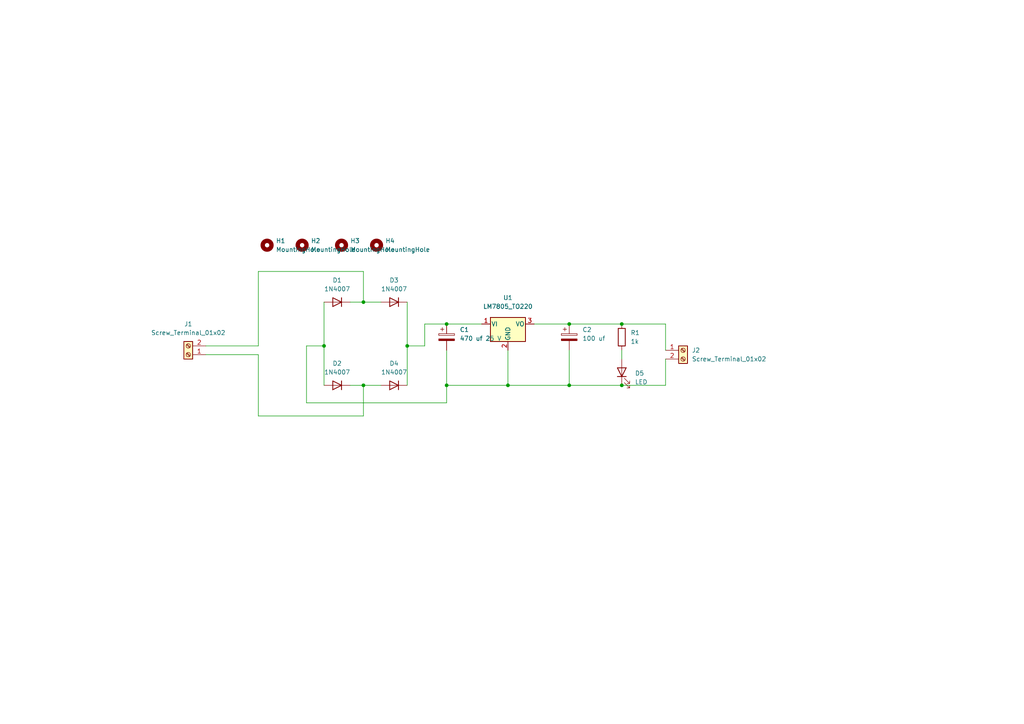
<source format=kicad_sch>
(kicad_sch (version 20211123) (generator eeschema)

  (uuid c98a5254-b14b-47ac-a91b-457a6a92d317)

  (paper "A4")

  (lib_symbols
    (symbol "Connector:Screw_Terminal_01x02" (pin_names (offset 1.016) hide) (in_bom yes) (on_board yes)
      (property "Reference" "J" (id 0) (at 0 2.54 0)
        (effects (font (size 1.27 1.27)))
      )
      (property "Value" "Screw_Terminal_01x02" (id 1) (at 0 -5.08 0)
        (effects (font (size 1.27 1.27)))
      )
      (property "Footprint" "" (id 2) (at 0 0 0)
        (effects (font (size 1.27 1.27)) hide)
      )
      (property "Datasheet" "~" (id 3) (at 0 0 0)
        (effects (font (size 1.27 1.27)) hide)
      )
      (property "ki_keywords" "screw terminal" (id 4) (at 0 0 0)
        (effects (font (size 1.27 1.27)) hide)
      )
      (property "ki_description" "Generic screw terminal, single row, 01x02, script generated (kicad-library-utils/schlib/autogen/connector/)" (id 5) (at 0 0 0)
        (effects (font (size 1.27 1.27)) hide)
      )
      (property "ki_fp_filters" "TerminalBlock*:*" (id 6) (at 0 0 0)
        (effects (font (size 1.27 1.27)) hide)
      )
      (symbol "Screw_Terminal_01x02_1_1"
        (rectangle (start -1.27 1.27) (end 1.27 -3.81)
          (stroke (width 0.254) (type default) (color 0 0 0 0))
          (fill (type background))
        )
        (circle (center 0 -2.54) (radius 0.635)
          (stroke (width 0.1524) (type default) (color 0 0 0 0))
          (fill (type none))
        )
        (polyline
          (pts
            (xy -0.5334 -2.2098)
            (xy 0.3302 -3.048)
          )
          (stroke (width 0.1524) (type default) (color 0 0 0 0))
          (fill (type none))
        )
        (polyline
          (pts
            (xy -0.5334 0.3302)
            (xy 0.3302 -0.508)
          )
          (stroke (width 0.1524) (type default) (color 0 0 0 0))
          (fill (type none))
        )
        (polyline
          (pts
            (xy -0.3556 -2.032)
            (xy 0.508 -2.8702)
          )
          (stroke (width 0.1524) (type default) (color 0 0 0 0))
          (fill (type none))
        )
        (polyline
          (pts
            (xy -0.3556 0.508)
            (xy 0.508 -0.3302)
          )
          (stroke (width 0.1524) (type default) (color 0 0 0 0))
          (fill (type none))
        )
        (circle (center 0 0) (radius 0.635)
          (stroke (width 0.1524) (type default) (color 0 0 0 0))
          (fill (type none))
        )
        (pin passive line (at -5.08 0 0) (length 3.81)
          (name "Pin_1" (effects (font (size 1.27 1.27))))
          (number "1" (effects (font (size 1.27 1.27))))
        )
        (pin passive line (at -5.08 -2.54 0) (length 3.81)
          (name "Pin_2" (effects (font (size 1.27 1.27))))
          (number "2" (effects (font (size 1.27 1.27))))
        )
      )
    )
    (symbol "Device:C_Polarized" (pin_numbers hide) (pin_names (offset 0.254)) (in_bom yes) (on_board yes)
      (property "Reference" "C" (id 0) (at 0.635 2.54 0)
        (effects (font (size 1.27 1.27)) (justify left))
      )
      (property "Value" "C_Polarized" (id 1) (at 0.635 -2.54 0)
        (effects (font (size 1.27 1.27)) (justify left))
      )
      (property "Footprint" "" (id 2) (at 0.9652 -3.81 0)
        (effects (font (size 1.27 1.27)) hide)
      )
      (property "Datasheet" "~" (id 3) (at 0 0 0)
        (effects (font (size 1.27 1.27)) hide)
      )
      (property "ki_keywords" "cap capacitor" (id 4) (at 0 0 0)
        (effects (font (size 1.27 1.27)) hide)
      )
      (property "ki_description" "Polarized capacitor" (id 5) (at 0 0 0)
        (effects (font (size 1.27 1.27)) hide)
      )
      (property "ki_fp_filters" "CP_*" (id 6) (at 0 0 0)
        (effects (font (size 1.27 1.27)) hide)
      )
      (symbol "C_Polarized_0_1"
        (rectangle (start -2.286 0.508) (end 2.286 1.016)
          (stroke (width 0) (type default) (color 0 0 0 0))
          (fill (type none))
        )
        (polyline
          (pts
            (xy -1.778 2.286)
            (xy -0.762 2.286)
          )
          (stroke (width 0) (type default) (color 0 0 0 0))
          (fill (type none))
        )
        (polyline
          (pts
            (xy -1.27 2.794)
            (xy -1.27 1.778)
          )
          (stroke (width 0) (type default) (color 0 0 0 0))
          (fill (type none))
        )
        (rectangle (start 2.286 -0.508) (end -2.286 -1.016)
          (stroke (width 0) (type default) (color 0 0 0 0))
          (fill (type outline))
        )
      )
      (symbol "C_Polarized_1_1"
        (pin passive line (at 0 3.81 270) (length 2.794)
          (name "~" (effects (font (size 1.27 1.27))))
          (number "1" (effects (font (size 1.27 1.27))))
        )
        (pin passive line (at 0 -3.81 90) (length 2.794)
          (name "~" (effects (font (size 1.27 1.27))))
          (number "2" (effects (font (size 1.27 1.27))))
        )
      )
    )
    (symbol "Device:LED" (pin_numbers hide) (pin_names (offset 1.016) hide) (in_bom yes) (on_board yes)
      (property "Reference" "D" (id 0) (at 0 2.54 0)
        (effects (font (size 1.27 1.27)))
      )
      (property "Value" "LED" (id 1) (at 0 -2.54 0)
        (effects (font (size 1.27 1.27)))
      )
      (property "Footprint" "" (id 2) (at 0 0 0)
        (effects (font (size 1.27 1.27)) hide)
      )
      (property "Datasheet" "~" (id 3) (at 0 0 0)
        (effects (font (size 1.27 1.27)) hide)
      )
      (property "ki_keywords" "LED diode" (id 4) (at 0 0 0)
        (effects (font (size 1.27 1.27)) hide)
      )
      (property "ki_description" "Light emitting diode" (id 5) (at 0 0 0)
        (effects (font (size 1.27 1.27)) hide)
      )
      (property "ki_fp_filters" "LED* LED_SMD:* LED_THT:*" (id 6) (at 0 0 0)
        (effects (font (size 1.27 1.27)) hide)
      )
      (symbol "LED_0_1"
        (polyline
          (pts
            (xy -1.27 -1.27)
            (xy -1.27 1.27)
          )
          (stroke (width 0.254) (type default) (color 0 0 0 0))
          (fill (type none))
        )
        (polyline
          (pts
            (xy -1.27 0)
            (xy 1.27 0)
          )
          (stroke (width 0) (type default) (color 0 0 0 0))
          (fill (type none))
        )
        (polyline
          (pts
            (xy 1.27 -1.27)
            (xy 1.27 1.27)
            (xy -1.27 0)
            (xy 1.27 -1.27)
          )
          (stroke (width 0.254) (type default) (color 0 0 0 0))
          (fill (type none))
        )
        (polyline
          (pts
            (xy -3.048 -0.762)
            (xy -4.572 -2.286)
            (xy -3.81 -2.286)
            (xy -4.572 -2.286)
            (xy -4.572 -1.524)
          )
          (stroke (width 0) (type default) (color 0 0 0 0))
          (fill (type none))
        )
        (polyline
          (pts
            (xy -1.778 -0.762)
            (xy -3.302 -2.286)
            (xy -2.54 -2.286)
            (xy -3.302 -2.286)
            (xy -3.302 -1.524)
          )
          (stroke (width 0) (type default) (color 0 0 0 0))
          (fill (type none))
        )
      )
      (symbol "LED_1_1"
        (pin passive line (at -3.81 0 0) (length 2.54)
          (name "K" (effects (font (size 1.27 1.27))))
          (number "1" (effects (font (size 1.27 1.27))))
        )
        (pin passive line (at 3.81 0 180) (length 2.54)
          (name "A" (effects (font (size 1.27 1.27))))
          (number "2" (effects (font (size 1.27 1.27))))
        )
      )
    )
    (symbol "Device:R" (pin_numbers hide) (pin_names (offset 0)) (in_bom yes) (on_board yes)
      (property "Reference" "R" (id 0) (at 2.032 0 90)
        (effects (font (size 1.27 1.27)))
      )
      (property "Value" "R" (id 1) (at 0 0 90)
        (effects (font (size 1.27 1.27)))
      )
      (property "Footprint" "" (id 2) (at -1.778 0 90)
        (effects (font (size 1.27 1.27)) hide)
      )
      (property "Datasheet" "~" (id 3) (at 0 0 0)
        (effects (font (size 1.27 1.27)) hide)
      )
      (property "ki_keywords" "R res resistor" (id 4) (at 0 0 0)
        (effects (font (size 1.27 1.27)) hide)
      )
      (property "ki_description" "Resistor" (id 5) (at 0 0 0)
        (effects (font (size 1.27 1.27)) hide)
      )
      (property "ki_fp_filters" "R_*" (id 6) (at 0 0 0)
        (effects (font (size 1.27 1.27)) hide)
      )
      (symbol "R_0_1"
        (rectangle (start -1.016 -2.54) (end 1.016 2.54)
          (stroke (width 0.254) (type default) (color 0 0 0 0))
          (fill (type none))
        )
      )
      (symbol "R_1_1"
        (pin passive line (at 0 3.81 270) (length 1.27)
          (name "~" (effects (font (size 1.27 1.27))))
          (number "1" (effects (font (size 1.27 1.27))))
        )
        (pin passive line (at 0 -3.81 90) (length 1.27)
          (name "~" (effects (font (size 1.27 1.27))))
          (number "2" (effects (font (size 1.27 1.27))))
        )
      )
    )
    (symbol "Diode:1N4007" (pin_numbers hide) (pin_names hide) (in_bom yes) (on_board yes)
      (property "Reference" "D" (id 0) (at 0 2.54 0)
        (effects (font (size 1.27 1.27)))
      )
      (property "Value" "1N4007" (id 1) (at 0 -2.54 0)
        (effects (font (size 1.27 1.27)))
      )
      (property "Footprint" "Diode_THT:D_DO-41_SOD81_P10.16mm_Horizontal" (id 2) (at 0 -4.445 0)
        (effects (font (size 1.27 1.27)) hide)
      )
      (property "Datasheet" "http://www.vishay.com/docs/88503/1n4001.pdf" (id 3) (at 0 0 0)
        (effects (font (size 1.27 1.27)) hide)
      )
      (property "ki_keywords" "diode" (id 4) (at 0 0 0)
        (effects (font (size 1.27 1.27)) hide)
      )
      (property "ki_description" "1000V 1A General Purpose Rectifier Diode, DO-41" (id 5) (at 0 0 0)
        (effects (font (size 1.27 1.27)) hide)
      )
      (property "ki_fp_filters" "D*DO?41*" (id 6) (at 0 0 0)
        (effects (font (size 1.27 1.27)) hide)
      )
      (symbol "1N4007_0_1"
        (polyline
          (pts
            (xy -1.27 1.27)
            (xy -1.27 -1.27)
          )
          (stroke (width 0.254) (type default) (color 0 0 0 0))
          (fill (type none))
        )
        (polyline
          (pts
            (xy 1.27 0)
            (xy -1.27 0)
          )
          (stroke (width 0) (type default) (color 0 0 0 0))
          (fill (type none))
        )
        (polyline
          (pts
            (xy 1.27 1.27)
            (xy 1.27 -1.27)
            (xy -1.27 0)
            (xy 1.27 1.27)
          )
          (stroke (width 0.254) (type default) (color 0 0 0 0))
          (fill (type none))
        )
      )
      (symbol "1N4007_1_1"
        (pin passive line (at -3.81 0 0) (length 2.54)
          (name "K" (effects (font (size 1.27 1.27))))
          (number "1" (effects (font (size 1.27 1.27))))
        )
        (pin passive line (at 3.81 0 180) (length 2.54)
          (name "A" (effects (font (size 1.27 1.27))))
          (number "2" (effects (font (size 1.27 1.27))))
        )
      )
    )
    (symbol "Mechanical:MountingHole" (pin_names (offset 1.016)) (in_bom yes) (on_board yes)
      (property "Reference" "H" (id 0) (at 0 5.08 0)
        (effects (font (size 1.27 1.27)))
      )
      (property "Value" "MountingHole" (id 1) (at 0 3.175 0)
        (effects (font (size 1.27 1.27)))
      )
      (property "Footprint" "" (id 2) (at 0 0 0)
        (effects (font (size 1.27 1.27)) hide)
      )
      (property "Datasheet" "~" (id 3) (at 0 0 0)
        (effects (font (size 1.27 1.27)) hide)
      )
      (property "ki_keywords" "mounting hole" (id 4) (at 0 0 0)
        (effects (font (size 1.27 1.27)) hide)
      )
      (property "ki_description" "Mounting Hole without connection" (id 5) (at 0 0 0)
        (effects (font (size 1.27 1.27)) hide)
      )
      (property "ki_fp_filters" "MountingHole*" (id 6) (at 0 0 0)
        (effects (font (size 1.27 1.27)) hide)
      )
      (symbol "MountingHole_0_1"
        (circle (center 0 0) (radius 1.27)
          (stroke (width 1.27) (type default) (color 0 0 0 0))
          (fill (type none))
        )
      )
    )
    (symbol "Regulator_Linear:LM7805_TO220" (pin_names (offset 0.254)) (in_bom yes) (on_board yes)
      (property "Reference" "U" (id 0) (at -3.81 3.175 0)
        (effects (font (size 1.27 1.27)))
      )
      (property "Value" "LM7805_TO220" (id 1) (at 0 3.175 0)
        (effects (font (size 1.27 1.27)) (justify left))
      )
      (property "Footprint" "Package_TO_SOT_THT:TO-220-3_Vertical" (id 2) (at 0 5.715 0)
        (effects (font (size 1.27 1.27) italic) hide)
      )
      (property "Datasheet" "https://www.onsemi.cn/PowerSolutions/document/MC7800-D.PDF" (id 3) (at 0 -1.27 0)
        (effects (font (size 1.27 1.27)) hide)
      )
      (property "ki_keywords" "Voltage Regulator 1A Positive" (id 4) (at 0 0 0)
        (effects (font (size 1.27 1.27)) hide)
      )
      (property "ki_description" "Positive 1A 35V Linear Regulator, Fixed Output 5V, TO-220" (id 5) (at 0 0 0)
        (effects (font (size 1.27 1.27)) hide)
      )
      (property "ki_fp_filters" "TO?220*" (id 6) (at 0 0 0)
        (effects (font (size 1.27 1.27)) hide)
      )
      (symbol "LM7805_TO220_0_1"
        (rectangle (start -5.08 1.905) (end 5.08 -5.08)
          (stroke (width 0.254) (type default) (color 0 0 0 0))
          (fill (type background))
        )
      )
      (symbol "LM7805_TO220_1_1"
        (pin power_in line (at -7.62 0 0) (length 2.54)
          (name "VI" (effects (font (size 1.27 1.27))))
          (number "1" (effects (font (size 1.27 1.27))))
        )
        (pin power_in line (at 0 -7.62 90) (length 2.54)
          (name "GND" (effects (font (size 1.27 1.27))))
          (number "2" (effects (font (size 1.27 1.27))))
        )
        (pin power_out line (at 7.62 0 180) (length 2.54)
          (name "VO" (effects (font (size 1.27 1.27))))
          (number "3" (effects (font (size 1.27 1.27))))
        )
      )
    )
  )


  (junction (at 180.34 111.76) (diameter 0) (color 0 0 0 0)
    (uuid 03f6d8dc-1aa2-440b-857d-4a19bd3d1c77)
  )
  (junction (at 129.54 93.98) (diameter 0) (color 0 0 0 0)
    (uuid 07497cec-23d5-4b8a-b795-d42622d917f0)
  )
  (junction (at 93.98 100.33) (diameter 0) (color 0 0 0 0)
    (uuid 23c28a12-47d2-4220-943c-e444213fc192)
  )
  (junction (at 118.11 100.33) (diameter 0) (color 0 0 0 0)
    (uuid 3431d730-0585-44ee-8dc2-02ece40ce1cb)
  )
  (junction (at 105.41 111.76) (diameter 0) (color 0 0 0 0)
    (uuid 3e4b4911-7031-4026-b701-5228b4b59a90)
  )
  (junction (at 129.54 111.76) (diameter 0) (color 0 0 0 0)
    (uuid 6694d49a-967b-4fc1-b4e3-cbb6072f91b0)
  )
  (junction (at 180.34 93.98) (diameter 0) (color 0 0 0 0)
    (uuid 85824605-c7ae-4ca7-bb09-1108e063f683)
  )
  (junction (at 165.1 111.76) (diameter 0) (color 0 0 0 0)
    (uuid b5994418-c537-4cc8-8243-e2d5afd86310)
  )
  (junction (at 165.1 93.98) (diameter 0) (color 0 0 0 0)
    (uuid c5586f21-8553-44b9-8eee-c335627d7673)
  )
  (junction (at 147.32 111.76) (diameter 0) (color 0 0 0 0)
    (uuid cae387bc-40b3-4286-b76c-8c88d3b99bf4)
  )
  (junction (at 105.41 87.63) (diameter 0) (color 0 0 0 0)
    (uuid fe0365a4-4917-4ec3-8b55-6669972ae893)
  )

  (wire (pts (xy 165.1 111.76) (xy 180.34 111.76))
    (stroke (width 0) (type default) (color 0 0 0 0))
    (uuid 04002484-88d9-4dd8-abb4-7d1b79763b6d)
  )
  (wire (pts (xy 118.11 100.33) (xy 123.19 100.33))
    (stroke (width 0) (type default) (color 0 0 0 0))
    (uuid 07d44da4-3ee5-4d60-9524-6c0d8bbfb6b9)
  )
  (wire (pts (xy 129.54 93.98) (xy 139.7 93.98))
    (stroke (width 0) (type default) (color 0 0 0 0))
    (uuid 0dbb5ca4-96c0-4be2-a81d-31ec4df22f98)
  )
  (wire (pts (xy 123.19 100.33) (xy 123.19 93.98))
    (stroke (width 0) (type default) (color 0 0 0 0))
    (uuid 17bc1ac7-28c8-4cf9-983c-8aed9eaf3bae)
  )
  (wire (pts (xy 88.9 100.33) (xy 93.98 100.33))
    (stroke (width 0) (type default) (color 0 0 0 0))
    (uuid 1edb2035-ea14-496e-b397-1548a3f66790)
  )
  (wire (pts (xy 93.98 100.33) (xy 93.98 111.76))
    (stroke (width 0) (type default) (color 0 0 0 0))
    (uuid 3542253d-3b45-44b8-96f4-e07a6d915bd7)
  )
  (wire (pts (xy 118.11 100.33) (xy 118.11 111.76))
    (stroke (width 0) (type default) (color 0 0 0 0))
    (uuid 3d7cf488-9ce7-45d8-8301-9691819860bc)
  )
  (wire (pts (xy 123.19 93.98) (xy 129.54 93.98))
    (stroke (width 0) (type default) (color 0 0 0 0))
    (uuid 3d9dfe23-66c8-4d90-b0e4-f1ed2097b0ba)
  )
  (wire (pts (xy 59.69 102.87) (xy 74.93 102.87))
    (stroke (width 0) (type default) (color 0 0 0 0))
    (uuid 4012fb30-2178-4d38-b7a0-a203208ae776)
  )
  (wire (pts (xy 129.54 116.84) (xy 88.9 116.84))
    (stroke (width 0) (type default) (color 0 0 0 0))
    (uuid 475b6486-6610-4d41-bd95-9866f8baf4c6)
  )
  (wire (pts (xy 59.69 100.33) (xy 74.93 100.33))
    (stroke (width 0) (type default) (color 0 0 0 0))
    (uuid 4c62a329-adbc-42b5-bffe-cf9ffbec864d)
  )
  (wire (pts (xy 180.34 93.98) (xy 193.04 93.98))
    (stroke (width 0) (type default) (color 0 0 0 0))
    (uuid 5a634d32-8f67-4cb5-b9d6-bf97f6659d97)
  )
  (wire (pts (xy 105.41 87.63) (xy 110.49 87.63))
    (stroke (width 0) (type default) (color 0 0 0 0))
    (uuid 5a84c267-b973-4187-ba7e-84f5d56318d8)
  )
  (wire (pts (xy 165.1 93.98) (xy 180.34 93.98))
    (stroke (width 0) (type default) (color 0 0 0 0))
    (uuid 6ab549a5-ba74-4553-8611-84cc3040b033)
  )
  (wire (pts (xy 180.34 101.6) (xy 180.34 104.14))
    (stroke (width 0) (type default) (color 0 0 0 0))
    (uuid 6f334b07-200f-4b56-a476-a22ec30a55a5)
  )
  (wire (pts (xy 74.93 78.74) (xy 105.41 78.74))
    (stroke (width 0) (type default) (color 0 0 0 0))
    (uuid 74ada55b-2027-42fe-bf12-b5fe692e041e)
  )
  (wire (pts (xy 74.93 120.65) (xy 105.41 120.65))
    (stroke (width 0) (type default) (color 0 0 0 0))
    (uuid 79b6418c-0044-4f49-ab58-6c33b23500ff)
  )
  (wire (pts (xy 88.9 116.84) (xy 88.9 100.33))
    (stroke (width 0) (type default) (color 0 0 0 0))
    (uuid 7b41f592-5951-4ed4-966e-62f37cd81521)
  )
  (wire (pts (xy 147.32 101.6) (xy 147.32 111.76))
    (stroke (width 0) (type default) (color 0 0 0 0))
    (uuid 810aa370-b4b0-47bb-a375-887766a22b17)
  )
  (wire (pts (xy 165.1 111.76) (xy 147.32 111.76))
    (stroke (width 0) (type default) (color 0 0 0 0))
    (uuid 893efc9e-ca02-435a-8837-12b5eda59d1e)
  )
  (wire (pts (xy 147.32 111.76) (xy 129.54 111.76))
    (stroke (width 0) (type default) (color 0 0 0 0))
    (uuid 8d17569e-2ec2-4eb7-bd52-867c5bfcaf24)
  )
  (wire (pts (xy 101.6 87.63) (xy 105.41 87.63))
    (stroke (width 0) (type default) (color 0 0 0 0))
    (uuid 94b9c87e-723c-4160-9261-6c15210eb538)
  )
  (wire (pts (xy 154.94 93.98) (xy 165.1 93.98))
    (stroke (width 0) (type default) (color 0 0 0 0))
    (uuid a16308b0-df10-4373-88f7-06ffcdde85e6)
  )
  (wire (pts (xy 105.41 78.74) (xy 105.41 87.63))
    (stroke (width 0) (type default) (color 0 0 0 0))
    (uuid a1c1dbfc-3ea7-47b4-a407-d676f1448b8d)
  )
  (wire (pts (xy 93.98 87.63) (xy 93.98 100.33))
    (stroke (width 0) (type default) (color 0 0 0 0))
    (uuid a75d798f-5291-44ac-8424-a767c4476b0d)
  )
  (wire (pts (xy 180.34 111.76) (xy 193.04 111.76))
    (stroke (width 0) (type default) (color 0 0 0 0))
    (uuid b441475b-359d-4e9d-83da-447f5d479716)
  )
  (wire (pts (xy 118.11 87.63) (xy 118.11 100.33))
    (stroke (width 0) (type default) (color 0 0 0 0))
    (uuid c209348b-4b61-4129-abab-87a7d0eb5360)
  )
  (wire (pts (xy 74.93 100.33) (xy 74.93 78.74))
    (stroke (width 0) (type default) (color 0 0 0 0))
    (uuid cdea045b-b7c0-4521-ba92-bb7fd2da5083)
  )
  (wire (pts (xy 105.41 111.76) (xy 110.49 111.76))
    (stroke (width 0) (type default) (color 0 0 0 0))
    (uuid d9e3cb00-c505-46f1-af4c-79fd3c7b7612)
  )
  (wire (pts (xy 105.41 111.76) (xy 105.41 120.65))
    (stroke (width 0) (type default) (color 0 0 0 0))
    (uuid e49f6b17-f8ab-4c7b-9c81-97aeb18a1b56)
  )
  (wire (pts (xy 74.93 102.87) (xy 74.93 120.65))
    (stroke (width 0) (type default) (color 0 0 0 0))
    (uuid e7d05020-dfb4-4e43-94b6-acabafad9eae)
  )
  (wire (pts (xy 129.54 111.76) (xy 129.54 116.84))
    (stroke (width 0) (type default) (color 0 0 0 0))
    (uuid ea74221a-1ed3-46d1-81f2-089f188eee23)
  )
  (wire (pts (xy 193.04 111.76) (xy 193.04 104.14))
    (stroke (width 0) (type default) (color 0 0 0 0))
    (uuid efc8fcf9-3ac6-4398-9c3e-b8cb1fe5af39)
  )
  (wire (pts (xy 129.54 101.6) (xy 129.54 111.76))
    (stroke (width 0) (type default) (color 0 0 0 0))
    (uuid f1eb5072-32bb-422d-a498-28f143a208e6)
  )
  (wire (pts (xy 193.04 93.98) (xy 193.04 101.6))
    (stroke (width 0) (type default) (color 0 0 0 0))
    (uuid f33d40bc-6854-48e5-9974-424f2af13d91)
  )
  (wire (pts (xy 101.6 111.76) (xy 105.41 111.76))
    (stroke (width 0) (type default) (color 0 0 0 0))
    (uuid fc3fa1f2-6621-4763-9bf3-191b9c95a6d9)
  )
  (wire (pts (xy 165.1 101.6) (xy 165.1 111.76))
    (stroke (width 0) (type default) (color 0 0 0 0))
    (uuid ff745581-d0f5-453a-ac38-8e9bef527f81)
  )

  (symbol (lib_id "Device:C_Polarized") (at 129.54 97.79 0) (unit 1)
    (in_bom yes) (on_board yes) (fields_autoplaced)
    (uuid 0160d66f-b19e-4fe3-85d6-37f0b8b166ab)
    (property "Reference" "C1" (id 0) (at 133.35 95.6309 0)
      (effects (font (size 1.27 1.27)) (justify left))
    )
    (property "Value" "470 uf 25 V" (id 1) (at 133.35 98.1709 0)
      (effects (font (size 1.27 1.27)) (justify left))
    )
    (property "Footprint" "Capacitor_THT:CP_Radial_D4.0mm_P1.50mm" (id 2) (at 130.5052 101.6 0)
      (effects (font (size 1.27 1.27)) hide)
    )
    (property "Datasheet" "~" (id 3) (at 129.54 97.79 0)
      (effects (font (size 1.27 1.27)) hide)
    )
    (pin "1" (uuid 6068fcfb-f09e-4c83-ae9c-e4d4224aabc5))
    (pin "2" (uuid 37433157-3db9-41b8-bafd-34f432412167))
  )

  (symbol (lib_id "Diode:1N4007") (at 114.3 111.76 180) (unit 1)
    (in_bom yes) (on_board yes) (fields_autoplaced)
    (uuid 02133f11-b81d-4ef2-924e-2b3d4d71776d)
    (property "Reference" "D4" (id 0) (at 114.3 105.41 0))
    (property "Value" "1N4007" (id 1) (at 114.3 107.95 0))
    (property "Footprint" "Diode_THT:D_DO-41_SOD81_P10.16mm_Horizontal" (id 2) (at 114.3 107.315 0)
      (effects (font (size 1.27 1.27)) hide)
    )
    (property "Datasheet" "http://www.vishay.com/docs/88503/1n4001.pdf" (id 3) (at 114.3 111.76 0)
      (effects (font (size 1.27 1.27)) hide)
    )
    (pin "1" (uuid a9b47449-749f-4adf-a42d-a01405100989))
    (pin "2" (uuid 35091cd6-db24-4370-b29e-aed8a3538a52))
  )

  (symbol (lib_id "Diode:1N4007") (at 114.3 87.63 180) (unit 1)
    (in_bom yes) (on_board yes) (fields_autoplaced)
    (uuid 17db704c-e449-4eed-a804-dba137f20309)
    (property "Reference" "D3" (id 0) (at 114.3 81.28 0))
    (property "Value" "1N4007" (id 1) (at 114.3 83.82 0))
    (property "Footprint" "Diode_THT:D_DO-41_SOD81_P10.16mm_Horizontal" (id 2) (at 114.3 83.185 0)
      (effects (font (size 1.27 1.27)) hide)
    )
    (property "Datasheet" "http://www.vishay.com/docs/88503/1n4001.pdf" (id 3) (at 114.3 87.63 0)
      (effects (font (size 1.27 1.27)) hide)
    )
    (pin "1" (uuid 84bc5dbd-5c7a-470c-802f-984bcee23190))
    (pin "2" (uuid 2a4250f4-5204-45f4-a5a9-237582933fb3))
  )

  (symbol (lib_id "Mechanical:MountingHole") (at 77.47 71.12 0) (unit 1)
    (in_bom yes) (on_board yes) (fields_autoplaced)
    (uuid 2c6de946-15ef-464e-ad7e-93a1f0f04131)
    (property "Reference" "H1" (id 0) (at 80.01 69.8499 0)
      (effects (font (size 1.27 1.27)) (justify left))
    )
    (property "Value" "MountingHole" (id 1) (at 80.01 72.3899 0)
      (effects (font (size 1.27 1.27)) (justify left))
    )
    (property "Footprint" "MountingHole:MountingHole_2.7mm_M2.5" (id 2) (at 77.47 71.12 0)
      (effects (font (size 1.27 1.27)) hide)
    )
    (property "Datasheet" "~" (id 3) (at 77.47 71.12 0)
      (effects (font (size 1.27 1.27)) hide)
    )
  )

  (symbol (lib_id "Mechanical:MountingHole") (at 109.22 71.12 0) (unit 1)
    (in_bom yes) (on_board yes) (fields_autoplaced)
    (uuid 560766eb-c431-48aa-8259-704983b609df)
    (property "Reference" "H4" (id 0) (at 111.76 69.8499 0)
      (effects (font (size 1.27 1.27)) (justify left))
    )
    (property "Value" "MountingHole" (id 1) (at 111.76 72.3899 0)
      (effects (font (size 1.27 1.27)) (justify left))
    )
    (property "Footprint" "MountingHole:MountingHole_2.7mm_M2.5" (id 2) (at 109.22 71.12 0)
      (effects (font (size 1.27 1.27)) hide)
    )
    (property "Datasheet" "~" (id 3) (at 109.22 71.12 0)
      (effects (font (size 1.27 1.27)) hide)
    )
  )

  (symbol (lib_id "Diode:1N4007") (at 97.79 87.63 180) (unit 1)
    (in_bom yes) (on_board yes) (fields_autoplaced)
    (uuid 5aa48e95-88eb-4e4f-97ca-e59c5e7a63f0)
    (property "Reference" "D1" (id 0) (at 97.79 81.28 0))
    (property "Value" "1N4007" (id 1) (at 97.79 83.82 0))
    (property "Footprint" "Diode_THT:D_DO-41_SOD81_P10.16mm_Horizontal" (id 2) (at 97.79 83.185 0)
      (effects (font (size 1.27 1.27)) hide)
    )
    (property "Datasheet" "http://www.vishay.com/docs/88503/1n4001.pdf" (id 3) (at 97.79 87.63 0)
      (effects (font (size 1.27 1.27)) hide)
    )
    (pin "1" (uuid 92c86918-021a-4576-afb8-6e3d96a2f6fb))
    (pin "2" (uuid ac353f0b-2c06-4fb7-8142-f8bb5432d564))
  )

  (symbol (lib_id "Mechanical:MountingHole") (at 99.06 71.12 0) (unit 1)
    (in_bom yes) (on_board yes) (fields_autoplaced)
    (uuid 5fb0453b-26bd-48a4-8c89-89513e80b41f)
    (property "Reference" "H3" (id 0) (at 101.6 69.8499 0)
      (effects (font (size 1.27 1.27)) (justify left))
    )
    (property "Value" "MountingHole" (id 1) (at 101.6 72.3899 0)
      (effects (font (size 1.27 1.27)) (justify left))
    )
    (property "Footprint" "MountingHole:MountingHole_2.7mm_M2.5" (id 2) (at 99.06 71.12 0)
      (effects (font (size 1.27 1.27)) hide)
    )
    (property "Datasheet" "~" (id 3) (at 99.06 71.12 0)
      (effects (font (size 1.27 1.27)) hide)
    )
  )

  (symbol (lib_id "Regulator_Linear:LM7805_TO220") (at 147.32 93.98 0) (unit 1)
    (in_bom yes) (on_board yes) (fields_autoplaced)
    (uuid 6f282ac6-2b43-4523-b599-bd838f77ed1a)
    (property "Reference" "U1" (id 0) (at 147.32 86.36 0))
    (property "Value" "LM7805_TO220" (id 1) (at 147.32 88.9 0))
    (property "Footprint" "Package_TO_SOT_THT:TO-220-3_Vertical" (id 2) (at 147.32 88.265 0)
      (effects (font (size 1.27 1.27) italic) hide)
    )
    (property "Datasheet" "https://www.onsemi.cn/PowerSolutions/document/MC7800-D.PDF" (id 3) (at 147.32 95.25 0)
      (effects (font (size 1.27 1.27)) hide)
    )
    (pin "1" (uuid 716ce0b2-84e0-4c8b-8f63-6d9b466beef9))
    (pin "2" (uuid 13bf0432-0463-4a7e-a8a9-fb24b7695ab7))
    (pin "3" (uuid c567c6b3-8950-4f20-930c-a4a124a00cab))
  )

  (symbol (lib_id "Mechanical:MountingHole") (at 87.63 71.12 0) (unit 1)
    (in_bom yes) (on_board yes) (fields_autoplaced)
    (uuid 78be7585-cea1-4321-95c6-07dbd4a66484)
    (property "Reference" "H2" (id 0) (at 90.17 69.8499 0)
      (effects (font (size 1.27 1.27)) (justify left))
    )
    (property "Value" "MountingHole" (id 1) (at 90.17 72.3899 0)
      (effects (font (size 1.27 1.27)) (justify left))
    )
    (property "Footprint" "MountingHole:MountingHole_2.7mm_M2.5" (id 2) (at 87.63 71.12 0)
      (effects (font (size 1.27 1.27)) hide)
    )
    (property "Datasheet" "~" (id 3) (at 87.63 71.12 0)
      (effects (font (size 1.27 1.27)) hide)
    )
  )

  (symbol (lib_id "Connector:Screw_Terminal_01x02") (at 54.61 102.87 180) (unit 1)
    (in_bom yes) (on_board yes) (fields_autoplaced)
    (uuid 872d139b-41f2-4fa0-a77f-a57cd805a0a6)
    (property "Reference" "J1" (id 0) (at 54.61 93.98 0))
    (property "Value" "Screw_Terminal_01x02" (id 1) (at 54.61 96.52 0))
    (property "Footprint" "TerminalBlock:TerminalBlock_bornier-2_P5.08mm" (id 2) (at 54.61 102.87 0)
      (effects (font (size 1.27 1.27)) hide)
    )
    (property "Datasheet" "~" (id 3) (at 54.61 102.87 0)
      (effects (font (size 1.27 1.27)) hide)
    )
    (pin "1" (uuid 3e9ce1b0-3a42-4d32-8ea2-f8f9207362c5))
    (pin "2" (uuid 1547f44f-595b-448c-b680-bd88f384dbae))
  )

  (symbol (lib_id "Connector:Screw_Terminal_01x02") (at 198.12 101.6 0) (unit 1)
    (in_bom yes) (on_board yes) (fields_autoplaced)
    (uuid 9e57d408-2e25-4bae-a4ef-630def947361)
    (property "Reference" "J2" (id 0) (at 200.66 101.5999 0)
      (effects (font (size 1.27 1.27)) (justify left))
    )
    (property "Value" "Screw_Terminal_01x02" (id 1) (at 200.66 104.1399 0)
      (effects (font (size 1.27 1.27)) (justify left))
    )
    (property "Footprint" "TerminalBlock:TerminalBlock_bornier-2_P5.08mm" (id 2) (at 198.12 101.6 0)
      (effects (font (size 1.27 1.27)) hide)
    )
    (property "Datasheet" "~" (id 3) (at 198.12 101.6 0)
      (effects (font (size 1.27 1.27)) hide)
    )
    (pin "1" (uuid 720d27ea-6cef-4532-a596-cce50232f2c0))
    (pin "2" (uuid 88e1893e-2899-424b-8c8a-b4470d3a1ca6))
  )

  (symbol (lib_id "Diode:1N4007") (at 97.79 111.76 180) (unit 1)
    (in_bom yes) (on_board yes) (fields_autoplaced)
    (uuid abcf25ff-b081-49d3-bed1-c56f0a4d56a9)
    (property "Reference" "D2" (id 0) (at 97.79 105.41 0))
    (property "Value" "1N4007" (id 1) (at 97.79 107.95 0))
    (property "Footprint" "Diode_THT:D_DO-41_SOD81_P10.16mm_Horizontal" (id 2) (at 97.79 107.315 0)
      (effects (font (size 1.27 1.27)) hide)
    )
    (property "Datasheet" "http://www.vishay.com/docs/88503/1n4001.pdf" (id 3) (at 97.79 111.76 0)
      (effects (font (size 1.27 1.27)) hide)
    )
    (pin "1" (uuid a9648ffa-1ffe-484e-ad74-d8455102e7c9))
    (pin "2" (uuid 28fb4035-7eb2-4f24-9a04-bfeb9ac459d0))
  )

  (symbol (lib_id "Device:C_Polarized") (at 165.1 97.79 0) (unit 1)
    (in_bom yes) (on_board yes) (fields_autoplaced)
    (uuid bdd342e6-023b-4c69-bafa-e05a8b5faf67)
    (property "Reference" "C2" (id 0) (at 168.91 95.6309 0)
      (effects (font (size 1.27 1.27)) (justify left))
    )
    (property "Value" "100 uf" (id 1) (at 168.91 98.1709 0)
      (effects (font (size 1.27 1.27)) (justify left))
    )
    (property "Footprint" "Capacitor_THT:CP_Radial_D4.0mm_P1.50mm" (id 2) (at 166.0652 101.6 0)
      (effects (font (size 1.27 1.27)) hide)
    )
    (property "Datasheet" "~" (id 3) (at 165.1 97.79 0)
      (effects (font (size 1.27 1.27)) hide)
    )
    (pin "1" (uuid 1dd439b3-9247-4603-b94c-22aefe83f763))
    (pin "2" (uuid dffcbf6b-ed4c-47be-9ec1-22341f50fcfb))
  )

  (symbol (lib_id "Device:LED") (at 180.34 107.95 90) (unit 1)
    (in_bom yes) (on_board yes) (fields_autoplaced)
    (uuid c5961d76-cd24-4a89-b678-9b539f0ed733)
    (property "Reference" "D5" (id 0) (at 184.15 108.2674 90)
      (effects (font (size 1.27 1.27)) (justify right))
    )
    (property "Value" "LED" (id 1) (at 184.15 110.8074 90)
      (effects (font (size 1.27 1.27)) (justify right))
    )
    (property "Footprint" "LED_THT:LED_D3.0mm" (id 2) (at 180.34 107.95 0)
      (effects (font (size 1.27 1.27)) hide)
    )
    (property "Datasheet" "~" (id 3) (at 180.34 107.95 0)
      (effects (font (size 1.27 1.27)) hide)
    )
    (pin "1" (uuid 2bcf05f2-e5f8-4061-bad8-b423bfb7c8d7))
    (pin "2" (uuid 51e489bf-4ddd-4730-9cff-6ceb0518bca7))
  )

  (symbol (lib_id "Device:R") (at 180.34 97.79 0) (unit 1)
    (in_bom yes) (on_board yes) (fields_autoplaced)
    (uuid f925f772-a216-4473-b2da-7b6105312122)
    (property "Reference" "R1" (id 0) (at 182.88 96.5199 0)
      (effects (font (size 1.27 1.27)) (justify left))
    )
    (property "Value" "1k" (id 1) (at 182.88 99.0599 0)
      (effects (font (size 1.27 1.27)) (justify left))
    )
    (property "Footprint" "Resistor_THT:R_Axial_DIN0204_L3.6mm_D1.6mm_P5.08mm_Horizontal" (id 2) (at 178.562 97.79 90)
      (effects (font (size 1.27 1.27)) hide)
    )
    (property "Datasheet" "~" (id 3) (at 180.34 97.79 0)
      (effects (font (size 1.27 1.27)) hide)
    )
    (pin "1" (uuid 07f4cc8d-edd9-4e22-805e-5d396127e6d8))
    (pin "2" (uuid 0c213556-1c3a-4ad2-8744-d929274c2bd5))
  )

  (sheet_instances
    (path "/" (page "1"))
  )

  (symbol_instances
    (path "/0160d66f-b19e-4fe3-85d6-37f0b8b166ab"
      (reference "C1") (unit 1) (value "470 uf 25 V") (footprint "Capacitor_THT:CP_Radial_D4.0mm_P1.50mm")
    )
    (path "/bdd342e6-023b-4c69-bafa-e05a8b5faf67"
      (reference "C2") (unit 1) (value "100 uf") (footprint "Capacitor_THT:CP_Radial_D4.0mm_P1.50mm")
    )
    (path "/5aa48e95-88eb-4e4f-97ca-e59c5e7a63f0"
      (reference "D1") (unit 1) (value "1N4007") (footprint "Diode_THT:D_DO-41_SOD81_P10.16mm_Horizontal")
    )
    (path "/abcf25ff-b081-49d3-bed1-c56f0a4d56a9"
      (reference "D2") (unit 1) (value "1N4007") (footprint "Diode_THT:D_DO-41_SOD81_P10.16mm_Horizontal")
    )
    (path "/17db704c-e449-4eed-a804-dba137f20309"
      (reference "D3") (unit 1) (value "1N4007") (footprint "Diode_THT:D_DO-41_SOD81_P10.16mm_Horizontal")
    )
    (path "/02133f11-b81d-4ef2-924e-2b3d4d71776d"
      (reference "D4") (unit 1) (value "1N4007") (footprint "Diode_THT:D_DO-41_SOD81_P10.16mm_Horizontal")
    )
    (path "/c5961d76-cd24-4a89-b678-9b539f0ed733"
      (reference "D5") (unit 1) (value "LED") (footprint "LED_THT:LED_D3.0mm")
    )
    (path "/2c6de946-15ef-464e-ad7e-93a1f0f04131"
      (reference "H1") (unit 1) (value "MountingHole") (footprint "MountingHole:MountingHole_2.7mm_M2.5")
    )
    (path "/78be7585-cea1-4321-95c6-07dbd4a66484"
      (reference "H2") (unit 1) (value "MountingHole") (footprint "MountingHole:MountingHole_2.7mm_M2.5")
    )
    (path "/5fb0453b-26bd-48a4-8c89-89513e80b41f"
      (reference "H3") (unit 1) (value "MountingHole") (footprint "MountingHole:MountingHole_2.7mm_M2.5")
    )
    (path "/560766eb-c431-48aa-8259-704983b609df"
      (reference "H4") (unit 1) (value "MountingHole") (footprint "MountingHole:MountingHole_2.7mm_M2.5")
    )
    (path "/872d139b-41f2-4fa0-a77f-a57cd805a0a6"
      (reference "J1") (unit 1) (value "Screw_Terminal_01x02") (footprint "TerminalBlock:TerminalBlock_bornier-2_P5.08mm")
    )
    (path "/9e57d408-2e25-4bae-a4ef-630def947361"
      (reference "J2") (unit 1) (value "Screw_Terminal_01x02") (footprint "TerminalBlock:TerminalBlock_bornier-2_P5.08mm")
    )
    (path "/f925f772-a216-4473-b2da-7b6105312122"
      (reference "R1") (unit 1) (value "1k") (footprint "Resistor_THT:R_Axial_DIN0204_L3.6mm_D1.6mm_P5.08mm_Horizontal")
    )
    (path "/6f282ac6-2b43-4523-b599-bd838f77ed1a"
      (reference "U1") (unit 1) (value "LM7805_TO220") (footprint "Package_TO_SOT_THT:TO-220-3_Vertical")
    )
  )
)

</source>
